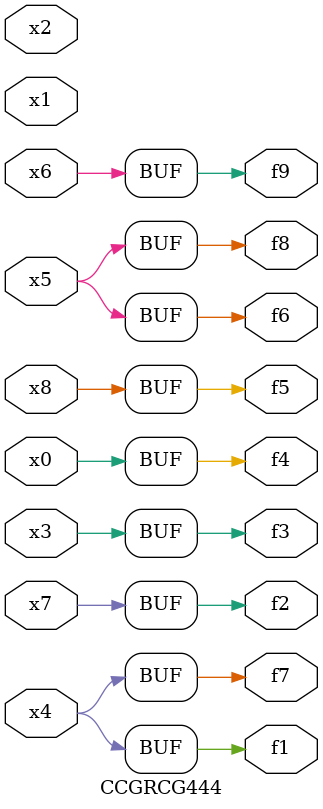
<source format=v>
module CCGRCG444(
	input x0, x1, x2, x3, x4, x5, x6, x7, x8,
	output f1, f2, f3, f4, f5, f6, f7, f8, f9
);
	assign f1 = x4;
	assign f2 = x7;
	assign f3 = x3;
	assign f4 = x0;
	assign f5 = x8;
	assign f6 = x5;
	assign f7 = x4;
	assign f8 = x5;
	assign f9 = x6;
endmodule

</source>
